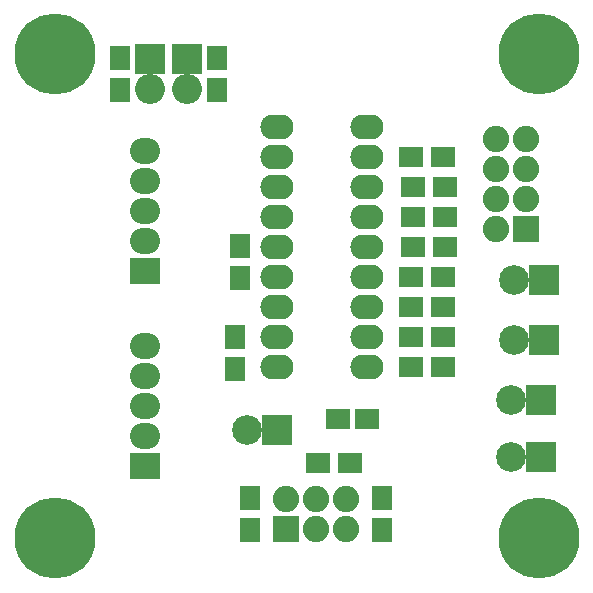
<source format=gts>
G04 #@! TF.FileFunction,Soldermask,Top*
%FSLAX46Y46*%
G04 Gerber Fmt 4.6, Leading zero omitted, Abs format (unit mm)*
G04 Created by KiCad (PCBNEW (after 2015-mar-04 BZR unknown)-product) date 11/20/2015 3:36:00 PM*
%MOMM*%
G01*
G04 APERTURE LIST*
%ADD10C,0.150000*%
%ADD11O,2.808000X2.108000*%
%ADD12R,1.808000X2.008000*%
%ADD13R,2.008000X1.808000*%
%ADD14C,6.858000*%
%ADD15R,2.008000X1.758000*%
%ADD16R,2.540000X2.540000*%
%ADD17O,2.540000X2.540000*%
%ADD18R,2.235200X2.235200*%
%ADD19O,2.235200X2.235200*%
%ADD20R,2.508000X2.508000*%
%ADD21C,2.508000*%
%ADD22R,2.540000X2.235200*%
%ADD23O,2.540000X2.235200*%
G04 APERTURE END LIST*
D10*
D11*
X22860000Y-10160000D03*
X22860000Y-12700000D03*
X22860000Y-15240000D03*
X22860000Y-17780000D03*
X22860000Y-20320000D03*
X22860000Y-22860000D03*
X22860000Y-25400000D03*
X22860000Y-27940000D03*
X22860000Y-30480000D03*
X30480000Y-30480000D03*
X30480000Y-27940000D03*
X30480000Y-25400000D03*
X30480000Y-22860000D03*
X30480000Y-20320000D03*
X30480000Y-17780000D03*
X30480000Y-15240000D03*
X30480000Y-12700000D03*
X30480000Y-10160000D03*
D12*
X20574000Y-44276000D03*
X20574000Y-41576000D03*
D13*
X29036000Y-38608000D03*
X26336000Y-38608000D03*
D12*
X31750000Y-44276000D03*
X31750000Y-41576000D03*
X9525000Y-7065000D03*
X9525000Y-4365000D03*
X17780000Y-7065000D03*
X17780000Y-4365000D03*
X19304000Y-30687000D03*
X19304000Y-27987000D03*
D13*
X34210000Y-12700000D03*
X36910000Y-12700000D03*
X34337000Y-15240000D03*
X37037000Y-15240000D03*
X34337000Y-17780000D03*
X37037000Y-17780000D03*
X34337000Y-20320000D03*
X37037000Y-20320000D03*
X36910000Y-22860000D03*
X34210000Y-22860000D03*
X36910000Y-25400000D03*
X34210000Y-25400000D03*
X36910000Y-27940000D03*
X34210000Y-27940000D03*
X36910000Y-30480000D03*
X34210000Y-30480000D03*
D14*
X4000000Y-45000000D03*
X4000000Y-4000000D03*
X45000000Y-45000000D03*
X45000000Y-4000000D03*
D12*
X19685000Y-20240000D03*
X19685000Y-22940000D03*
D15*
X27960000Y-34925000D03*
X30460000Y-34925000D03*
D16*
X12065000Y-4445000D03*
D17*
X12065000Y-6985000D03*
D16*
X15240000Y-4445000D03*
D17*
X15240000Y-6985000D03*
D18*
X43942000Y-18796000D03*
D19*
X41402000Y-18796000D03*
X43942000Y-16256000D03*
X41402000Y-16256000D03*
X43942000Y-13716000D03*
X41402000Y-13716000D03*
X43942000Y-11176000D03*
X41402000Y-11176000D03*
D20*
X45212000Y-38100000D03*
D21*
X42672000Y-38100000D03*
D20*
X45212000Y-33274000D03*
D21*
X42672000Y-33274000D03*
D20*
X45466000Y-28194000D03*
D21*
X42926000Y-28194000D03*
D20*
X45466000Y-23114000D03*
D21*
X42926000Y-23114000D03*
D20*
X22860000Y-35814000D03*
D21*
X20320000Y-35814000D03*
D18*
X23622000Y-44196000D03*
D19*
X23622000Y-41656000D03*
X26162000Y-44196000D03*
X26162000Y-41656000D03*
X28702000Y-44196000D03*
X28702000Y-41656000D03*
D22*
X11684000Y-22352000D03*
D23*
X11684000Y-19812000D03*
X11684000Y-17272000D03*
X11684000Y-14732000D03*
X11684000Y-12192000D03*
D22*
X11684000Y-38862000D03*
D23*
X11684000Y-36322000D03*
X11684000Y-33782000D03*
X11684000Y-31242000D03*
X11684000Y-28702000D03*
M02*

</source>
